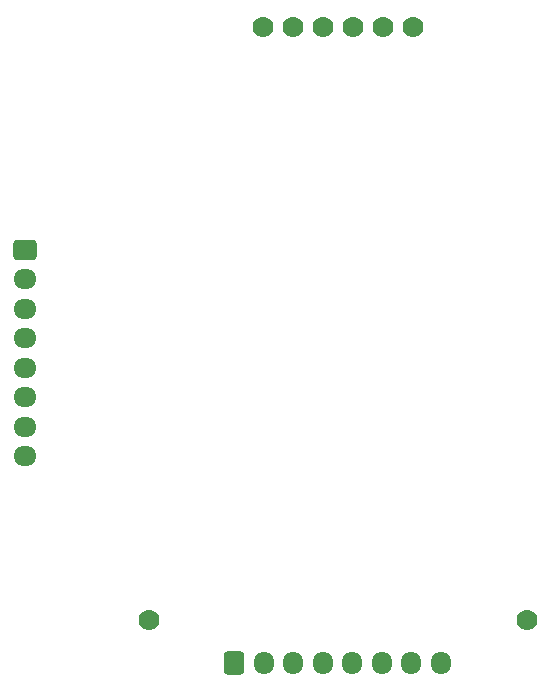
<source format=gbr>
%TF.GenerationSoftware,KiCad,Pcbnew,8.0.8*%
%TF.CreationDate,2025-03-04T17:09:11-05:00*%
%TF.ProjectId,board_C,626f6172-645f-4432-9e6b-696361645f70,rev?*%
%TF.SameCoordinates,Original*%
%TF.FileFunction,Soldermask,Top*%
%TF.FilePolarity,Negative*%
%FSLAX46Y46*%
G04 Gerber Fmt 4.6, Leading zero omitted, Abs format (unit mm)*
G04 Created by KiCad (PCBNEW 8.0.8) date 2025-03-04 17:09:11*
%MOMM*%
%LPD*%
G01*
G04 APERTURE LIST*
G04 Aperture macros list*
%AMRoundRect*
0 Rectangle with rounded corners*
0 $1 Rounding radius*
0 $2 $3 $4 $5 $6 $7 $8 $9 X,Y pos of 4 corners*
0 Add a 4 corners polygon primitive as box body*
4,1,4,$2,$3,$4,$5,$6,$7,$8,$9,$2,$3,0*
0 Add four circle primitives for the rounded corners*
1,1,$1+$1,$2,$3*
1,1,$1+$1,$4,$5*
1,1,$1+$1,$6,$7*
1,1,$1+$1,$8,$9*
0 Add four rect primitives between the rounded corners*
20,1,$1+$1,$2,$3,$4,$5,0*
20,1,$1+$1,$4,$5,$6,$7,0*
20,1,$1+$1,$6,$7,$8,$9,0*
20,1,$1+$1,$8,$9,$2,$3,0*%
G04 Aperture macros list end*
%ADD10RoundRect,0.250000X-0.725000X0.600000X-0.725000X-0.600000X0.725000X-0.600000X0.725000X0.600000X0*%
%ADD11O,1.950000X1.700000*%
%ADD12C,1.778000*%
%ADD13RoundRect,0.250000X-0.600000X-0.725000X0.600000X-0.725000X0.600000X0.725000X-0.600000X0.725000X0*%
%ADD14O,1.700000X1.950000*%
G04 APERTURE END LIST*
D10*
%TO.C,J7*%
X121995259Y-42247629D03*
D11*
X121995259Y-44747629D03*
X121995259Y-47247629D03*
X121995259Y-49747629D03*
X121995259Y-52247629D03*
X121995259Y-54747629D03*
X121995259Y-57247629D03*
X121995259Y-59747629D03*
%TD*%
D12*
%TO.C,U8*%
X142155328Y-23415908D03*
X144695328Y-23415908D03*
X147235328Y-23415908D03*
X149775328Y-23415908D03*
X152315328Y-23415908D03*
X154855328Y-23415908D03*
%TD*%
D13*
%TO.C,J5*%
X139745259Y-77247629D03*
D14*
X142245259Y-77247629D03*
X144745259Y-77247629D03*
X147245259Y-77247629D03*
X149745259Y-77247629D03*
X152245259Y-77247629D03*
X154745259Y-77247629D03*
X157245259Y-77247629D03*
%TD*%
D12*
%TO.C,LS1*%
X132495259Y-73597629D03*
X164495259Y-73597629D03*
%TD*%
M02*

</source>
